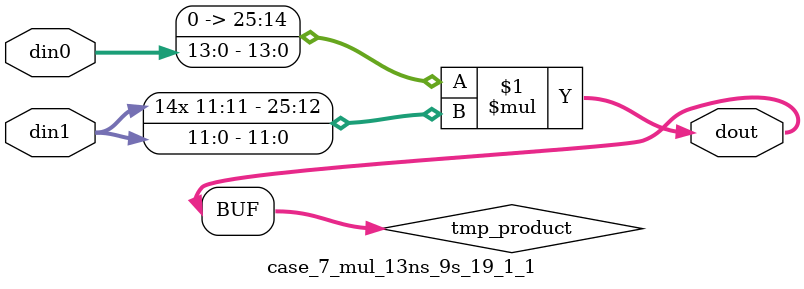
<source format=v>

`timescale 1 ns / 1 ps

 (* use_dsp = "no" *)  module case_7_mul_13ns_9s_19_1_1(din0, din1, dout);
parameter ID = 1;
parameter NUM_STAGE = 0;
parameter din0_WIDTH = 14;
parameter din1_WIDTH = 12;
parameter dout_WIDTH = 26;

input [din0_WIDTH - 1 : 0] din0; 
input [din1_WIDTH - 1 : 0] din1; 
output [dout_WIDTH - 1 : 0] dout;

wire signed [dout_WIDTH - 1 : 0] tmp_product;

























assign tmp_product = $signed({1'b0, din0}) * $signed(din1);










assign dout = tmp_product;





















endmodule

</source>
